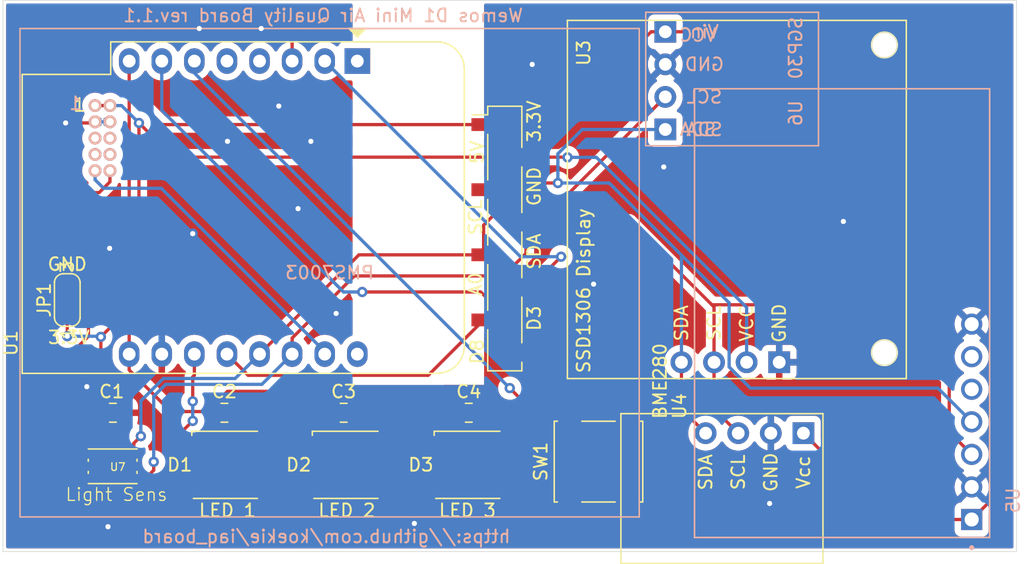
<source format=kicad_pcb>
(kicad_pcb (version 20221018) (generator pcbnew)
  (layers (0 "F.Cu" signal) (31 "B.Cu" signal) (34 "B.Paste" user) (35 "F.Paste" user) (36 "B.SilkS" user "B.Silkscreen") (37 "F.SilkS" user "F.Silkscreen") (38 "B.Mask" user) (39 "F.Mask" user) (44 "Edge.Cuts" user))
  (net 0 "")
  (net 1 "GND")
  (net 2 "+3.3V")
  (net 3 "Net-(D1-DO)")
  (net 4 "Net-(D2-DO)")
  (net 5 "+5V")
  (net 6 "SDA")
  (net 7 "SCL")
  (net 8 "A0")
  (net 9 "PMS_RX")
  (net 10 "LED_D")
  (net 11 "D8")
  (net 12 "PMS_SET")
  (net 13 "D3")
  (net 15 "Net-(JP1-C)")
  (net 27 "/SEL_BTN")
  (footprint "Capacitor_SMD:C_0805_2012Metric" (layer "F.Cu") (at 107.569 106.172)
    (fp_text reference "C1" (at -0.0905 -1.651) (layer "F.SilkS"))
    (fp_text value "0.1uF" hide)
    (fp_line (start -0.261252 -0.735) (end 0.261252 -0.735) (stroke (width 0.12)) (layer "F.SilkS"))
    (fp_line (start -0.261252 0.735) (end 0.261252 0.735) (stroke (width 0.12)) (layer "F.SilkS"))
    (pad "1" smd roundrect (at -0.95 0) (size 1 1.45) (layers "F.Cu" "F.Paste" "F.Mask") (net 2 "+3.3V"))
    (pad "2" smd roundrect (at 0.95 0) (size 1 1.45) (layers "F.Cu" "F.Paste" "F.Mask") (net 1 "GND"))
  )
  (footprint "Jumper:SolderJumper-3_P1.3mm_Open_RoundedPad1.0x1.5mm_NumberLabels" (layer "F.Cu") (at 104.013 97.379 90)
    (fp_text reference "JP1" (at 0 -1.8 90) (layer "F.SilkS"))
    (fp_text value "TSL2560T ADDR SEL")
    (fp_text user "3.3V" (at -2.921 0.127 180) (layer "F.SilkS"))
    (fp_text user "1" (at -2.6 0 90) (layer "F.SilkS"))
    (fp_text user "3" (at 2.6 0 90) (layer "F.SilkS"))
    (fp_text user "GND" (at 2.794 0 180) (layer "F.SilkS"))
    (fp_line (start -2.05 0.3) (end -2.05 -0.3) (stroke (width 0.12)) (layer "F.SilkS"))
    (fp_line (start -1.4 -1) (end 1.4 -1) (stroke (width 0.12)) (layer "F.SilkS"))
    (fp_line (start 1.4 1) (end -1.4 1) (stroke (width 0.12)) (layer "F.SilkS"))
    (fp_line (start 2.05 -0.3) (end 2.05 0.3) (stroke (width 0.12)) (layer "F.SilkS"))
    (fp_arc (start -2.05 -0.3) (mid -1.844975 -0.794975) (end -1.35 -1) (stroke (width 0.12)) (layer "F.SilkS"))
    (fp_arc (start -1.35 1) (mid -1.844975 0.794975) (end -2.05 0.3) (stroke (width 0.12)) (layer "F.SilkS"))
    (fp_arc (start 1.35 -1) (mid 1.844975 -0.794975) (end 2.05 -0.3) (stroke (width 0.12)) (layer "F.SilkS"))
    (fp_arc (start 2.05 0.3) (mid 1.844975 0.794975) (end 1.35 1) (stroke (width 0.12)) (layer "F.SilkS"))
    (pad "1" smd custom (at -1.3 0 90) (size 1 0.5) (layers "F.Cu" "F.Mask") (net 2 "+3.3V") (options (clearance outline) (anchor rect)) (primitives (gr_circle (center 0 0.25) (end 0.5 0.25) (width 0) (fill yes)) (gr_circle (center 0 -0.25) (end 0.5 -0.25) (width 0) (fill yes)) (gr_poly (pts (xy 0.55 0.75) (xy 0 0.75) (xy 0 -0.75) (xy 0.55 -0.75)) (width 0) (fill yes))))
    (pad "2" smd rect (at 0 0 90) (size 1 1.5) (layers "F.Cu" "F.Mask") (net 15 "Net-(JP1-C)"))
    (pad "3" smd custom (at 1.3 0 90) (size 1 0.5) (layers "F.Cu" "F.Mask") (net 1 "GND") (options (clearance outline) (anchor rect)) (primitives (gr_circle (center 0 0.25) (end 0.5 0.25) (width 0) (fill yes)) (gr_circle (center 0 -0.25) (end 0.5 -0.25) (width 0) (fill yes)) (gr_poly (pts (xy 0 0.75) (xy -0.55 0.75) (xy -0.55 -0.75) (xy 0 -0.75)) (width 0) (fill yes))))
  )
  (footprint "iaq_board:TSL2561T" (layer "F.Cu") (at 105.9 109.4)
    (fp_text reference "U7" (at 2.05 1) (layer "F.SilkS") (effects (font (size 0.6 0.6) (thickness 0.1))))
    (fp_text value "TSL2561T")
    (fp_text user "Light Sens" (at 1.95 3.15) (layer "F.SilkS") (effects (font (thickness 0.1))))
    (fp_line (start -0.25 -0.4) (end 3.55 -0.4) (stroke (width 0.12)) (layer "F.SilkS"))
    (fp_line (start -0.25 0.4) (end -0.25 0.525) (stroke (width 0.12)) (layer "F.SilkS"))
    (fp_line (start -0.25 0.525) (end -0.25 0.55) (stroke (width 0.12)) (layer "F.SilkS"))
    (fp_line (start -0.25 1.35) (end -0.25 1.5) (stroke (width 0.12)) (layer "F.SilkS"))
    (fp_line (start 3.55 0.4) (end 3.55 0.55) (stroke (width 0.12)) (layer "F.SilkS"))
    (fp_line (start 3.55 1.35) (end 3.55 1.5) (stroke (width 0.12)) (layer "F.SilkS"))
    (fp_line (start 3.55 2.3) (end -0.25 2.3) (stroke (width 0.12)) (layer "F.SilkS"))
    (pad "1" smd rect (at 0 0) (size 1.3 0.7) (layers "F.Cu" "F.Paste" "F.Mask") (net 2 "+3.3V"))
    (pad "2" smd rect (at 0 0.95) (size 1.3 0.7) (layers "F.Cu" "F.Paste" "F.Mask") (net 15 "Net-(JP1-C)"))
    (pad "3" smd rect (at 0 1.9) (size 1.3 0.7) (layers "F.Cu" "F.Paste" "F.Mask") (net 1 "GND"))
    (pad "4" smd rect (at 3.3 1.9) (size 1.3 0.7) (layers "F.Cu" "F.Paste" "F.Mask") (net 7 "SCL"))
    (pad "5" smd rect (at 3.3 0.95) (size 1.3 0.7) (layers "F.Cu" "F.Paste" "F.Mask"))
    (pad "6" smd rect (at 3.3 0) (size 1.3 0.7) (layers "F.Cu" "F.Paste" "F.Mask") (net 6 "SDA"))
  )
  (footprint "LED_SMD:LED_Inolux_IN-PI554FCH_PLCC4_5.0x5.0mm_P3.2mm" (layer "F.Cu") (at 116.34 110.236)
    (fp_text reference "D1" (at -3.564 0) (layer "F.SilkS"))
    (fp_text value "Neopixel 5050")
    (fp_line (start -2.62 -2.62) (end 2.5 -2.62) (stroke (width 0.12)) (layer "F.SilkS"))
    (fp_line (start -2.62 -2.3) (end -2.62 -2.62) (stroke (width 0.12)) (layer "F.SilkS"))
    (fp_line (start -2.5 2.62) (end 2.5 2.62) (stroke (width 0.12)) (layer "F.SilkS"))
    (pad "1" smd rect (at -2.45 -1.6) (size 1.5 1) (layers "F.Cu" "F.Paste" "F.Mask") (net 1 "GND"))
    (pad "2" smd rect (at -2.45 1.6) (size 1.5 1) (layers "F.Cu" "F.Paste" "F.Mask") (net 10 "LED_D"))
    (pad "3" smd rect (at 2.45 1.6) (size 1.5 1) (layers "F.Cu" "F.Paste" "F.Mask") (net 5 "+5V"))
    (pad "4" smd rect (at 2.45 -1.6) (size 1.5 1) (layers "F.Cu" "F.Paste" "F.Mask") (net 3 "Net-(D1-DO)"))
  )
  (footprint "LED_SMD:LED_Inolux_IN-PI554FCH_PLCC4_5.0x5.0mm_P3.2mm" (layer "F.Cu") (at 125.73 110.236)
    (fp_text reference "D2" (at -3.683 0) (layer "F.SilkS"))
    (fp_text value "Neopixel 5050")
    (fp_line (start -2.62 -2.62) (end 2.5 -2.62) (stroke (width 0.12)) (layer "F.SilkS"))
    (fp_line (start -2.62 -2.3) (end -2.62 -2.62) (stroke (width 0.12)) (layer "F.SilkS"))
    (fp_line (start -2.5 2.62) (end 2.5 2.62) (stroke (width 0.12)) (layer "F.SilkS"))
    (pad "1" smd rect (at -2.45 -1.6) (size 1.5 1) (layers "F.Cu" "F.Paste" "F.Mask") (net 1 "GND"))
    (pad "2" smd rect (at -2.45 1.6) (size 1.5 1) (layers "F.Cu" "F.Paste" "F.Mask") (net 3 "Net-(D1-DO)"))
    (pad "3" smd rect (at 2.45 1.6) (size 1.5 1) (layers "F.Cu" "F.Paste" "F.Mask") (net 5 "+5V"))
    (pad "4" smd rect (at 2.45 -1.6) (size 1.5 1) (layers "F.Cu" "F.Paste" "F.Mask") (net 4 "Net-(D2-DO)"))
  )
  (footprint "LED_SMD:LED_Inolux_IN-PI554FCH_PLCC4_5.0x5.0mm_P3.2mm" (layer "F.Cu") (at 135.228 110.236)
    (fp_text reference "D3" (at -3.656 0) (layer "F.SilkS"))
    (fp_text value "Neopixel 5050" hide)
    (fp_line (start -2.62 -2.62) (end 2.5 -2.62) (stroke (width 0.12)) (layer "F.SilkS"))
    (fp_line (start -2.62 -2.3) (end -2.62 -2.62) (stroke (width 0.12)) (layer "F.SilkS"))
    (fp_line (start -2.5 2.62) (end 2.5 2.62) (stroke (width 0.12)) (layer "F.SilkS"))
    (pad "1" smd rect (at -2.45 -1.6) (size 1.5 1) (layers "F.Cu" "F.Paste" "F.Mask") (net 1 "GND"))
    (pad "2" smd rect (at -2.45 1.6) (size 1.5 1) (layers "F.Cu" "F.Paste" "F.Mask") (net 4 "Net-(D2-DO)"))
    (pad "3" smd rect (at 2.45 1.6) (size 1.5 1) (layers "F.Cu" "F.Paste" "F.Mask") (net 5 "+5V"))
    (pad "4" smd rect (at 2.45 -1.6) (size 1.5 1) (layers "F.Cu" "F.Paste" "F.Mask"))
  )
  (footprint "Capacitor_SMD:C_0805_2012Metric" (layer "F.Cu") (at 116.2615 106.172)
    (fp_text reference "C2" (at 0 -1.65) (layer "F.SilkS"))
    (fp_text value "0.1uF")
    (fp_line (start -0.261252 -0.735) (end 0.261252 -0.735) (stroke (width 0.12)) (layer "F.SilkS"))
    (fp_line (start -0.261252 0.735) (end 0.261252 0.735) (stroke (width 0.12)) (layer "F.SilkS"))
    (pad "1" smd roundrect (at -0.95 0) (size 1 1.45) (layers "F.Cu" "F.Paste" "F.Mask") (net 5 "+5V"))
    (pad "2" smd roundrect (at 0.95 0) (size 1 1.45) (layers "F.Cu" "F.Paste" "F.Mask") (net 1 "GND"))
  )
  (footprint "Capacitor_SMD:C_0805_2012Metric" (layer "F.Cu") (at 125.5545 106.172)
    (fp_text reference "C3" (at 0 -1.65) (layer "F.SilkS"))
    (fp_text value "0.1uF")
    (fp_line (start -0.261252 -0.735) (end 0.261252 -0.735) (stroke (width 0.12)) (layer "F.SilkS"))
    (fp_line (start -0.261252 0.735) (end 0.261252 0.735) (stroke (width 0.12)) (layer "F.SilkS"))
    (pad "1" smd roundrect (at -0.95 0) (size 1 1.45) (layers "F.Cu" "F.Paste" "F.Mask") (net 5 "+5V"))
    (pad "2" smd roundrect (at 0.95 0) (size 1 1.45) (layers "F.Cu" "F.Paste" "F.Mask") (net 1 "GND"))
  )
  (footprint "Capacitor_SMD:C_0805_2012Metric" (layer "F.Cu") (at 135.3065 106.172)
    (fp_text reference "C4" (at 0 -1.65) (layer "F.SilkS"))
    (fp_text value "0.1uF")
    (fp_line (start -0.261252 -0.735) (end 0.261252 -0.735) (stroke (width 0.12)) (layer "F.SilkS"))
    (fp_line (start -0.261252 0.735) (end 0.261252 0.735) (stroke (width 0.12)) (layer "F.SilkS"))
    (pad "1" smd roundrect (at -0.95 0) (size 1 1.45) (layers "F.Cu" "F.Paste" "F.Mask") (net 5 "+5V"))
    (pad "2" smd roundrect (at 0.95 0) (size 1 1.45) (layers "F.Cu" "F.Paste" "F.Mask") (net 1 "GND"))
  )
  (footprint "Module:WEMOS_D1_mini_light" (layer "F.Cu") (at 126.619 78.74 -90)
    (fp_text reference "U1" (at 22 27 90) (layer "F.SilkS"))
    (fp_text value "WeMos_D1_mini_ESP32")
    (fp_line (start -1.5 19.22) (end -1.5 -6.21) (stroke (width 0.12)) (layer "F.SilkS"))
    (fp_line (start -1.5 19.22) (end 1.04 19.22) (stroke (width 0.12)) (layer "F.SilkS"))
    (fp_line (start 1.04 19.22) (end 1.04 26.12) (stroke (width 0.12)) (layer "F.SilkS"))
    (fp_line (start 1.04 26.12) (end 24.36 26.12) (stroke (width 0.12)) (layer "F.SilkS"))
    (fp_line (start 22.24 -8.34) (end 0.63 -8.34) (stroke (width 0.12)) (layer "F.SilkS"))
    (fp_line (start 24.36 26.12) (end 24.36 -6.21) (stroke (width 0.12)) (layer "F.SilkS"))
    (fp_arc (start -1.5 -6.21) (mid -0.876137 -7.716137) (end 0.63 -8.34) (stroke (width 0.12)) (layer "F.SilkS"))
    (fp_arc (start 22.23 -8.34) (mid 23.736137 -7.716137) (end 24.36 -6.21) (stroke (width 0.12)) (layer "F.SilkS"))
    (fp_poly (pts (xy -2.54 -0.635) (xy -2.54 0.635) (xy -1.905 0)) (stroke (width 0.15)) (fill solid) (layer "F.SilkS"))
    (pad "1" thru_hole rect (at 0 0 270) (size 2 2) (drill 1) (layers "*.Cu" "*.Mask"))
    (pad "2" thru_hole oval (at 0 2.54 270) (size 2 1.6) (drill 1) (layers "*.Cu" "*.Mask") (net 8 "A0"))
    (pad "3" thru_hole oval (at 0 5.08 270) (size 2 1.6) (drill 1) (layers "*.Cu" "*.Mask") (net 12 "PMS_SET"))
    (pad "4" thru_hole oval (at 0 7.62 270) (size 2 1.6) (drill 1) (layers "*.Cu" "*.Mask"))
    (pad "5" thru_hole oval (at 0 10.16 270) (size 2 1.6) (drill 1) (layers "*.Cu" "*.Mask"))
    (pad "6" thru_hole oval (at 0 12.7 270) (size 2 1.6) (drill 1) (layers "*.Cu" "*.Mask") (net 27 "/SEL_BTN"))
    (pad "7" thru_hole oval (at 0 15.24 270) (size 2 1.6) (drill 1) (layers "*.Cu" "*.Mask") (net 11 "D8"))
    (pad "8" thru_hole oval (at 0 17.78 270) (size 2 1.6) (drill 1) (layers "*.Cu" "*.Mask") (net 2 "+3.3V"))
    (pad "9" thru_hole oval (at 22.86 17.78 270) (size 2 1.6) (drill 1) (layers "*.Cu" "*.Mask") (net 5 "+5V"))
    (pad "10" thru_hole oval (at 22.86 15.24 270) (size 2 1.6) (drill 1) (layers "*.Cu" "*.Mask") (net 1 "GND"))
    (pad "11" thru_hole oval (at 22.86 12.7 270) (size 2 1.6) (drill 1) (layers "*.Cu" "*.Mask") (net 10 "LED_D"))
    (pad "12" thru_hole oval (at 22.86 10.16 270) (size 2 1.6) (drill 1) (layers "*.Cu" "*.Mask") (net 13 "D3"))
    (pad "13" thru_hole oval (at 22.86 7.62 270) (size 2 1.6) (drill 1) (layers "*.Cu" "*.Mask") (net 6 "SDA"))
    (pad "14" thru_hole oval (at 22.86 5.08 270) (size 2 1.6) (drill 1) (layers "*.Cu" "*.Mask") (net 7 "SCL"))
    (pad "15" thru_hole oval (at 22.86 2.54 270) (size 2 1.6) (drill 1) (layers "*.Cu" "*.Mask") (net 9 "PMS_RX"))
    (pad "16" thru_hole oval (at 22.86 0 270) (size 2 1.6) (drill 1) (layers "*.Cu" "*.Mask"))
  )
  (footprint "iaq_board:SW_SPST_B3S-1000" (layer "F.Cu") (at 145.415 109.982 90)
    (fp_text reference "SW1" (at 0 -4.5 90) (layer "F.SilkS"))
    (fp_text value "B3S-1000")
    (fp_line (start -3.15 -3.45) (end 3.15 -3.45) (stroke (width 0.12)) (layer "F.SilkS"))
    (fp_line (start -3.15 -3.2) (end -3.15 -3.45) (stroke (width 0.12)) (layer "F.SilkS"))
    (fp_line (start -3.15 1.3) (end -3.15 -1.3) (stroke (width 0.12)) (layer "F.SilkS"))
    (fp_line (start -3.15 3.45) (end -3.15 3.2) (stroke (width 0.12)) (layer "F.SilkS"))
    (fp_line (start 3.15 -3.45) (end 3.15 -3.2) (stroke (width 0.12)) (layer "F.SilkS"))
    (fp_line (start 3.15 -1.3) (end 3.15 1.3) (stroke (width 0.12)) (layer "F.SilkS"))
    (fp_line (start 3.15 3.2) (end 3.15 3.45) (stroke (width 0.12)) (layer "F.SilkS"))
    (fp_line (start 3.15 3.45) (end -3.15 3.45) (stroke (width 0.12)) (layer "F.SilkS"))
    (pad "1" smd rect (at -3.975 -2.25 90) (size 1.55 1.3) (layers "F.Cu" "F.Paste" "F.Mask") (net 27 "/SEL_BTN"))
    (pad "1" smd rect (at 3.975 -2.25 90) (size 1.55 1.3) (layers "F.Cu" "F.Paste" "F.Mask") (net 27 "/SEL_BTN"))
    (pad "2" smd rect (at -3.975 2.25 90) (size 1.55 1.3) (layers "F.Cu" "F.Paste" "F.Mask") (net 1 "GND"))
    (pad "2" smd rect (at 3.975 2.25 90) (size 1.55 1.3) (layers "F.Cu" "F.Paste" "F.Mask") (net 1 "GND"))
  )
  (footprint "Connector_PinSocket_2.54mm:PinSocket_1x08_P2.54mm_Vertical_SMD_Pin1Left" (layer "F.Cu") (at 138.1125 92.583)
    (fp_text reference "J1" hide)
    (fp_text value "External Pins")
    (fp_line (start -2.54 -9.65) (end -1.33 -9.65) (stroke (width 0.12)) (layer "F.SilkS"))
    (fp_line (start -1.33 -10.32) (end -1.33 -9.65) (stroke (width 0.12)) (layer "F.SilkS"))
    (fp_line (start -1.33 -10.32) (end 1.33 -10.32) (stroke (width 0.12)) (layer "F.SilkS"))
    (fp_line (start -1.33 -8.13) (end -1.33 -4.57) (stroke (width 0.12)) (layer "F.SilkS"))
    (fp_line (start -1.33 -3.05) (end -1.33 0.51) (stroke (width 0.12)) (layer "F.SilkS"))
    (fp_line (start -1.33 2.03) (end -1.33 5.59) (stroke (width 0.12)) (layer "F.SilkS"))
    (fp_line (start -1.33 7.11) (end -1.33 10.32) (stroke (width 0.12)) (layer "F.SilkS"))
    (fp_line (start -1.33 10.32) (end 1.33 10.32) (stroke (width 0.12)) (layer "F.SilkS"))
    (fp_line (start 1.33 -10.32) (end 1.33 -7.11) (stroke (width 0.12)) (layer "F.SilkS"))
    (fp_line (start 1.33 -5.59) (end 1.33 -2.03) (stroke (width 0.12)) (layer "F.SilkS"))
    (fp_line (start 1.33 -0.51) (end 1.33 3.05) (stroke (width 0.12)) (layer "F.SilkS"))
    (fp_line (start 1.33 4.57) (end 1.33 8.13) (stroke (width 0.12)) (layer "F.SilkS"))
    (fp_line (start 1.33 9.65) (end 1.33 10.32) (stroke (width 0.12)) (layer "F.SilkS"))
    (pad "1" smd rect (at -1.65 -8.89) (size 1.9 1) (layers "F.Cu" "F.Paste" "F.Mask") (net 2 "+3.3V"))
    (pad "2" smd rect (at 1.65 -6.35) (size 1.9 1) (layers "F.Cu" "F.Paste" "F.Mask") (net 5 "+5V"))
    (pad "3" smd rect (at -1.65 -3.81) (size 1.9 1) (layers "F.Cu" "F.Paste" "F.Mask") (net 1 "GND"))
    (pad "4" smd rect (at 1.65 -1.27) (size 1.9 1) (layers "F.Cu" "F.Paste" "F.Mask") (net 7 "SCL"))
    (pad "5" smd rect (at -1.65 1.27) (size 1.9 1) (layers "F.Cu" "F.Paste" "F.Mask") (net 6 "SDA"))
    (pad "6" smd rect (at 1.65 3.81) (size 1.9 1) (layers "F.Cu" "F.Paste" "F.Mask") (net 8 "A0"))
    (pad "7" smd rect (at -1.65 6.35) (size 1.9 1) (layers "F.Cu" "F.Paste" "F.Mask") (net 13 "D3"))
    (pad "8" smd rect (at 1.65 8.89) (size 1.9 1) (layers "F.Cu" "F.Paste" "F.Mask") (net 11 "D8"))
  )
  (footprint "iaq_board:SSD1306" (layer "F.Cu") (at 159.5 102.235 -90)
    (fp_text reference "U3" (at -24.13 15.24 -90) (layer "F.SilkS"))
    (fp_text value "SSD1306")
    (fp_text user "SDA" (at -3.048 7.62 -90) (layer "F.SilkS"))
    (fp_text user "SCL" (at -3.048 5.08 -90) (layer "F.SilkS"))
    (fp_text user "VCC" (at -3.048 2.54 -90) (layer "F.SilkS"))
    (fp_text user "GND" (at -3.048 0 -90) (layer "F.SilkS"))
    (fp_text user "SSD1306 Display" (at -5.588 15.24 -90) (layer "F.SilkS"))
    (fp_line (start -26.67 -9.906) (end -26.67 16.51) (stroke (width 0.12)) (layer "F.SilkS"))
    (fp_line (start 1.27 -9.906) (end -26.67 -9.906) (stroke (width 0.12)) (layer "F.SilkS"))
    (fp_line (start 1.27 3.81) (end 1.27 -9.906) (stroke (width 0.12)) (layer "F.SilkS"))
    (fp_line (start 1.27 3.81) (end 1.27 16.51) (stroke (width 0.12)) (layer "F.SilkS"))
    (fp_line (start 1.27 16.51) (end -26.67 16.51) (stroke (width 0.12)) (layer "F.SilkS"))
    (fp_circle (center -24.75 -8.2) (end -23.75 -8.2) (stroke (width 0.12)) (fill none) (layer "F.SilkS"))
    (fp_circle (center -0.75 -8.2) (end 0.25 -8.2) (stroke (width 0.12)) (fill none) (layer "F.SilkS"))
    (pad "1" thru_hole rect (at 0 0 270) (size 1.7 1.7) (drill 1) (layers "*.Cu" "*.Mask") (net 1 "GND"))
    (pad "2" thru_hole circle (at 0 2.54 270) (size 1.7 1.7) (drill 1) (layers "*.Cu" "*.Mask") (net 5 "+5V"))
    (pad "3" thru_hole circle (at 0 5.08 270) (size 1.7 1.7) (drill 1) (layers "*.Cu" "*.Mask") (net 7 "SCL"))
    (pad "4" thru_hole circle (at 0 7.62 270) (size 1.7 1.7) (drill 1) (layers "*.Cu" "*.Mask") (net 6 "SDA"))
  )
  (footprint "iaq_board:BME280_breakout_6pin" (layer "F.Cu") (at 152.75 106.75 -90)
    (fp_text reference "U4" (at 0 1.016 -90) (layer "F.SilkS") (effects (justify left)))
    (fp_text value "BME280" hide)
    (fp_text user "SDA" (at 4.064 -1.016 -90) (layer "F.SilkS"))
    (fp_text user "Vcc" (at 4.064 -8.636 -90) (layer "F.SilkS"))
    (fp_text user "GND" (at 4.064 -6.096 -90) (layer "F.SilkS"))
    (fp_text user "BME280" (at 0 2.54 -90) (layer "F.SilkS") (effects (justify left)))
    (fp_text user "SCL" (at 4.064 -3.556 -90) (layer "F.SilkS"))
    (fp_line (start -0.508 -10.16) (end 11.176 -10.16) (stroke (width 0.12)) (layer "F.SilkS"))
    (fp_line (start -0.508 5.588) (end -0.508 -10.16) (stroke (width 0.12)) (layer "F.SilkS"))
    (fp_line (start 11.176 -10.16) (end 11.176 5.588) (stroke (width 0.12)) (layer "F.SilkS"))
    (fp_line (start 11.176 5.588) (end -0.508 5.588) (stroke (width 0.12)) (layer "F.SilkS"))
    (pad "1" thru_hole rect (at 1.016 -8.636 270) (size 1.7 1.7) (drill 1) (layers "*.Cu" "*.Mask") (net 2 "+3.3V"))
    (pad "2" thru_hole oval (at 1.016 -6.096 270) (size 1.7 1.7) (drill 1) (layers "*.Cu" "*.Mask") (net 1 "GND"))
    (pad "3" thru_hole oval (at 1.016 -3.556 270) (size 1.7 1.7) (drill 1) (layers "*.Cu" "*.Mask") (net 7 "SCL"))
    (pad "4" thru_hole oval (at 1.016 -1.016 270) (size 1.7 1.7) (drill 1) (layers "*.Cu" "*.Mask") (net 6 "SDA"))
  )
  (footprint "iaq_board:PMS7003" (layer "B.Cu") (at 124.46 95.25 180)
    (fp_text reference "U2")
    (fp_text value "PMS7003")
    (fp_text user "1" (at 19.812 13.208) (layer "B.SilkS") (effects (justify mirror)))
    (fp_text user "PMS7003" (at 0 0) (layer "B.SilkS") (effects (justify mirror)))
    (fp_line (start -24.13 -19.05) (end -24.13 19.05) (stroke (width 0.12)) (layer "B.SilkS"))
    (fp_line (start -24.13 19.05) (end 24.13 19.05) (stroke (width 0.12)) (layer "B.SilkS"))
    (fp_line (start 24.13 -19.05) (end -24.13 -19.05) (stroke (width 0.12)) (layer "B.SilkS"))
    (fp_line (start 24.13 19.05) (end 24.13 -19.05) (stroke (width 0.12)) (layer "B.SilkS"))
    (pad "1" thru_hole circle (at 18.28 13.04 180) (size 1 1) (drill 0.6) (layers "*.Cu" "*.Mask" "B.SilkS") (net 5 "+5V"))
    (pad "2" thru_hole circle (at 17.12 13.04 180) (size 1 1) (drill 0.6) (layers "*.Cu" "*.Mask" "B.SilkS") (net 5 "+5V"))
    (pad "3" thru_hole circle (at 18.28 11.77 180) (size 1 1) (drill 0.6) (layers "*.Cu" "*.Mask" "B.SilkS") (net 1 "GND"))
    (pad "4" thru_hole circle (at 17.12 11.77 180) (size 1 1) (drill 0.6) (layers "*.Cu" "*.Mask" "B.SilkS") (net 1 "GND"))
    (pad "5" thru_hole circle (at 18.28 10.5 180) (size 1 1) (drill 0.6) (layers "*.Cu" "*.Mask" "B.SilkS"))
    (pad "6" thru_hole circle (at 17.12 10.5 180) (size 1 1) (drill 0.6) (layers "*.Cu" "*.Mask" "B.SilkS"))
    (pad "7" thru_hole circle (at 18.28 9.23 180) (size 1 1) (drill 0.6) (layers "*.Cu" "*.Mask" "B.SilkS"))
    (pad "8" thru_hole circle (at 17.12 9.23 180) (size 1 1) (drill 0.6) (layers "*.Cu" "*.Mask" "B.SilkS"))
    (pad "9" thru_hole circle (at 18.28 7.96 180) (size 1 1) (drill 0.6) (layers "*.Cu" "*.Mask" "B.SilkS") (net 9 "PMS_RX"))
    (pad "10" thru_hole circle (at 17.12 7.96 180) (size 1 1) (drill 0.6) (layers "*.Cu" "*.Mask" "B.SilkS") (net 12 "PMS_SET"))
  )
  (footprint "iaq_board:SGP30_breakout_4pin" (layer "B.Cu") (at 150.622 76.454 180)
    (fp_text reference "U6" (at -10.16 -6.35 90) (layer "B.SilkS") (effects (justify mirror)))
    (fp_text value "SGP30")
    (fp_text user "SDA" (at -3.048 -7.62) (layer "B.SilkS") (effects (justify mirror)))
    (fp_text user "Vin" (at -3.048 0) (layer "B.SilkS") (effects (justify mirror)))
    (fp_text user "SCL" (at -3.048 -5.08) (layer "B.SilkS") (effects (justify mirror)))
    (fp_text user "SGP30" (at -10.16 -1.27 90) (layer "B.SilkS") (effects (justify mirror)))
    (fp_text user "GND" (at -3.048 -2.54) (layer "B.SilkS") (effects (justify mirror)))
    (fp_line (start -11.938 -8.89) (end -11.938 1.524) (stroke (width 0.12)) (layer "B.SilkS"))
    (fp_line (start 1.524 -8.89) (end -11.938 -8.89) (stroke (width 0.12)) (layer "B.SilkS"))
    (fp_line (start 1.524 1.524) (end -11.938 1.524) (stroke (width 0.12)) (layer "B.SilkS"))
    (fp_line (start 1.524 1.524) (end 1.524 -8.89) (stroke (width 0.12)) (layer "B.SilkS"))
    (pad "1" thru_hole rect (at 0 0 180) (size 1.7 1.7) (drill 1) (layers "*.Cu" "*.Mask") (net 2 "+3.3V"))
    (pad "2" thru_hole circle (at 0 -2.54 180) (size 1.7 1.7) (drill 1) (layers "*.Cu" "*.Mask") (net 1 "GND"))
    (pad "3" thru_hole circle (at 0 -5.08 180) (size 1.7 1.7) (drill 1) (layers "*.Cu" "*.Mask") (net 7 "SCL"))
    (pad "4" thru_hole rect (at 0 -7.62 180) (size 1.7 1.7) (drill 1) (layers "*.Cu" "*.Mask") (net 6 "SDA"))
  )
  (footprint "iaq_board:SCD30" (layer "B.Cu") (at 164.4 98.4 90)
    (fp_text reference "U5" (at -14.605 13.335 90) (layer "B.SilkS") (effects (justify mirror)))
    (fp_text value "SCD30")
    (fp_line (start -17.5 -11.5) (end -17.5 11.5) (stroke (width 0.127)) (layer "B.SilkS"))
    (fp_line (start -17.5 11.5) (end 17.5 11.5) (stroke (width 0.127)) (layer "B.SilkS"))
    (fp_line (start 17.5 -11.5) (end -17.5 -11.5) (stroke (width 0.127)) (layer "B.SilkS"))
    (fp_line (start 17.5 11.5) (end 17.5 -11.5) (stroke (width 0.127)) (layer "B.SilkS"))
    (fp_circle (center -18.3 10.1) (end -18.2 10.1) (stroke (width 0.2)) (fill none) (layer "B.SilkS"))
    (pad "1" thru_hole rect (at -16.1 10.1 90) (size 1.65 1.65) (drill 1.1) (layers "*.Cu" "*.Mask") (net 2 "+3.3V"))
    (pad "2" thru_hole circle (at -13.56 10.1 90) (size 1.65 1.65) (drill 1.1) (layers "*.Cu" "*.Mask") (net 1 "GND"))
    (pad "3" thru_hole circle (at -11.02 10.1 90) (size 1.65 1.65) (drill 1.1) (layers "*.Cu" "*.Mask") (net 7 "SCL"))
    (pad "4" thru_hole circle (at -8.48 10.1 90) (size 1.65 1.65) (drill 1.1) (layers "*.Cu" "*.Mask") (net 6 "SDA"))
    (pad "5" thru_hole circle (at -5.94 10.1 90) (size 1.65 1.65) (drill 1.1) (layers "*.Cu" "*.Mask"))
    (pad "6" thru_hole circle (at -3.4 10.1 90) (size 1.65 1.65) (drill 1.1) (layers "*.Cu" "*.Mask"))
    (pad "7" thru_hole circle (at -0.86 10.1 90) (size 1.65 1.65) (drill 1.1) (layers "*.Cu" "*.Mask") (net 1 "GND"))
  )
  (gr_circle (center 167.7 101.48) (end 168.7 101.48) (stroke (width 0.05)) (fill none) (layer "Edge.Cuts"))
  (gr_line (start 178 117) (end 178 74) (stroke (width 0.05)) (layer "Edge.Cuts"))
  (gr_circle (center 167.7 77.49) (end 168.7 77.49) (stroke (width 0.05)) (fill none) (layer "Edge.Cuts"))
  (gr_line (start 178 117) (end 99 117) (stroke (width 0.05)) (layer "Edge.Cuts"))
  (gr_line (start 99 117) (end 99 74) (stroke (width 0.05)) (layer "Edge.Cuts"))
  (gr_line (start 99 74) (end 178 74) (stroke (width 0.05)) (layer "Edge.Cuts"))
  (gr_text "Wemos D1 Mini Air Quality Board rev.1.1" (at 123.952 75.184) (layer "B.SilkS") (effects (font (size 1 1)) (justify mirror)))
  (gr_text "VCC" (at 153.162 76.708) (layer "B.SilkS") (effects (font (size 1 1)) (justify mirror)))
  (gr_text "SDA" (at 153.162 84.074) (layer "B.SilkS") (effects (font (size 1 1)) (justify mirror)))
  (gr_text "https://github.com/koekie/iaq_board" (at 124.206 115.824) (layer "B.SilkS") (effects (font (size 1 1)) (justify mirror)))
  (gr_text "LED 3" (at 135.2 113.792) (layer "F.SilkS") (effects (font (size 1 1))))
  (gr_text "D8" (at 135.9535 101.4095 90) (layer "F.SilkS") (effects (font (size 1 1))))
  (gr_text "LED 2" (at 125.8 113.792) (layer "F.SilkS") (effects (font (size 1 1))))
  (gr_text "1" (at 104.9655 82.169) (layer "F.SilkS") (effects (font (size 1 1))))
  (gr_text "SDA" (at 140.3985 93.599 90) (layer "F.SilkS") (effects (font (size 1 1))))
  (gr_text "LED 1" (at 116.5 113.792) (layer "F.SilkS") (effects (font (size 1 1))))
  (gr_text "SCL" (at 135.8265 90.932 90) (layer "F.SilkS") (effects (font (size 1 1))))
  (gr_text "A0" (at 135.8265 96.139 90) (layer "F.SilkS") (effects (font (size 1 1))))
  (gr_text "3.3V" (at 140.3985 83.439 90) (layer "F.SilkS") (effects (font (size 1 1))))
  (gr_text "GND" (at 140.3985 88.519 90) (layer "F.SilkS") (effects (font (size 1 1))))
  (gr_text "D3" (at 140.3985 98.806 90) (layer "F.SilkS") (effects (font (size 1 1))))
  (gr_text "5V" (at 135.9535 85.852 90) (layer "F.SilkS") (effects (font (size 1 1))))
  (segment (start 103.886 83.566) (end 106.094 83.566) (width 0.254) (layer "F.Cu") (net 1))
  (segment (start 105.9 113.774) (end 107.188 115.062) (width 0.254) (layer "F.Cu") (net 1))
  (segment (start 105.918 111.318) (end 105.9 111.3) (width 0.254) (layer "F.Cu") (net 1))
  (segment (start 106.094 83.566) (end 106.18 83.48) (width 0.254) (layer "F.Cu") (net 1))
  (segment (start 105.9 111.3) (end 105.9 113.774) (width 0.254) (layer "F.Cu") (net 1))
  (via (at 140.25 79) (size 0.8) (drill 0.4) (layers "F.Cu" "B.Cu") (net 1))
  (via (at 114.3 76.2) (size 0.8) (drill 0.4) (layers "F.Cu" "B.Cu") (net 1))
  (via (at 120.5 82.25) (size 0.8) (drill 0.4) (layers "F.Cu" "B.Cu") (net 1))
  (via (at 145.034 96.139) (size 0.8) (drill 0.4) (layers "F.Cu" "B.Cu") (net 1))
  (via (at 131.064 114.808) (size 0.8) (drill 0.4) (layers "F.Cu" "B.Cu") (net 1))
  (via (at 107.315 93.345) (size 0.8) (drill 0.4) (layers "F.Cu" "B.Cu") (net 1))
  (via (at 116.5 85) (size 0.8) (drill 0.4) (layers "F.Cu" "B.Cu") (net 1))
  (via (at 105.537 104.14) (size 0.8) (drill 0.4) (layers "F.Cu" "B.Cu") (net 1))
  (via (at 158.75 113.25) (size 0.8) (drill 0.4) (layers "F.Cu" "B.Cu") (net 1))
  (via (at 123 85) (size 0.8) (drill 0.4) (layers "F.Cu" "B.Cu") (net 1))
  (via (at 107.188 115.062) (size 0.8) (drill 0.4) (layers "F.Cu" "B.Cu") (net 1))
  (via (at 113.792 92.202) (size 0.8) (drill 0.4) (layers "F.Cu" "B.Cu") (net 1))
  (via (at 150.5 87) (size 0.8) (drill 0.4) (layers "F.Cu" "B.Cu") (net 1))
  (via (at 124.968 98.425) (size 0.8) (drill 0.4) (layers "F.Cu" "B.Cu") (net 1))
  (via (at 164.5 91.25) (size 0.8) (drill 0.4) (layers "F.Cu" "B.Cu") (net 1))
  (via (at 103.886 83.566) (size 0.8) (drill 0.4) (layers "F.Cu" "B.Cu") (net 1))
  (via (at 122 90.25) (size 0.8) (drill 0.4) (layers "F.Cu" "B.Cu") (net 1))
  (via (at 119.126 76.2) (size 0.8) (drill 0.4) (layers "F.Cu" "B.Cu") (net 1))
  (segment (start 106.887106 83.48) (end 106.18 83.48) (width 0.254) (layer "B.Cu") (net 1))
  (segment (start 107.34 83.48) (end 106.887106 83.48) (width 0.254) (layer "B.Cu") (net 1))
  (segment (start 105.9 106.9035) (end 106.6315 106.172) (width 0.254) (layer "F.Cu") (net 2))
  (segment (start 150.622 76.454) (end 162.954 76.454) (width 0.254) (layer "F.Cu") (net 2))
  (segment (start 162.954 76.454) (end 176.75 90.25) (width 0.254) (layer "F.Cu") (net 2))
  (segment (start 174.5 114.5) (end 168.12 114.5) (width 0.254) (layer "F.Cu") (net 2))
  (segment (start 176.75 112.25) (end 174.5 114.5) (width 0.254) (layer "F.Cu") (net 2))
  (segment (start 149.518 76.454) (end 150.622 76.454) (width 0.254) (layer "F.Cu") (net 2))
  (segment (start 136.4625 83.693) (end 111.387 83.693) (width 0.254) (layer "F.Cu") (net 2))
  (segment (start 108.839 98.044) (end 106.6315 100.2515) (width 0.254) (layer "F.Cu") (net 2))
  (segment (start 142.367 83.693) (end 142.367 83.605) (width 0.254) (layer "F.Cu") (net 2))
  (segment (start 136.4625 83.693) (end 142.367 83.693) (width 0.254) (layer "F.Cu") (net 2))
  (segment (start 108.839 81.145) (end 108.839 80.39) (width 0.254) (layer "F.Cu") (net 2))
  (segment (start 111.387 83.693) (end 108.839 81.145) (width 0.254) (layer "F.Cu") (net 2))
  (segment (start 104.013 98.679) (end 104.013 100.203) (width 0.254) (layer "F.Cu") (net 2))
  (segment (start 168.12 114.5) (end 161.386 107.766) (width 0.254) (layer "F.Cu") (net 2))
  (segment (start 108.839 78.74) (end 108.839 80.39) (width 0.254) (layer "F.Cu") (net 2))
  (segment (start 176.75 90.25) (end 176.75 112.25) (width 0.254) (layer "F.Cu") (net 2))
  (segment (start 105.9 109.4) (end 105.9 106.9035) (width 0.254) (layer "F.Cu") (net 2))
  (segment (start 108.839 81.145) (end 108.839 98.044) (width 0.254) (layer "F.Cu") (net 2))
  (segment (start 106.6315 106.172) (end 106.6315 100.2515) (width 0.254) (layer "F.Cu") (net 2))
  (segment (start 142.367 83.605) (end 149.518 76.454) (width 0.254) (layer "F.Cu") (net 2))
  (via (at 104.013 100.203) (size 0.8) (drill 0.4) (layers "F.Cu" "B.Cu") (net 2))
  (via (at 106.6315 100.2515) (size 0.8) (drill 0.4) (layers "F.Cu" "B.Cu") (net 2))
  (segment (start 104.013 100.203) (end 106.583 100.203) (width 0.254) (layer "B.Cu") (net 2))
  (segment (start 106.583 100.203) (end 106.6315 100.2515) (width 0.254) (layer "B.Cu") (net 2))
  (segment (start 118.79 108.636) (end 120.834 108.636) (width 0.254) (layer "F.Cu") (net 3))
  (segment (start 120.834 108.636) (end 123.28 111.082) (width 0.254) (layer "F.Cu") (net 3))
  (segment (start 123.28 111.082) (end 123.28 111.836) (width 0.254) (layer "F.Cu") (net 3))
  (segment (start 128.18 108.636) (end 130.332 108.636) (width 0.254) (layer "F.Cu") (net 4))
  (segment (start 130.332 108.636) (end 132.778 111.082) (width 0.254) (layer "F.Cu") (net 4))
  (segment (start 132.778 111.082) (end 132.778 111.836) (width 0.254) (layer "F.Cu") (net 4))
  (segment (start 124.6045 105.8955) (end 126 104.5) (width 0.254) (layer "F.Cu") (net 5))
  (segment (start 124.6045 106.172) (end 124.6045 108.2605) (width 0.254) (layer "F.Cu") (net 5))
  (segment (start 132.6845 104.5) (end 134.3565 106.172) (width 0.254) (layer "F.Cu") (net 5))
  (segment (start 115.324 109.374) (end 117.786 111.836) (width 0.254) (layer "F.Cu") (net 5))
  (segment (start 106.18 82.21) (end 107.34 82.21) (width 0.254) (layer "F.Cu") (net 5))
  (segment (start 108.839 101.6) (end 108.839 102.839) (width 0.254) (layer "F.Cu") (net 5))
  (segment (start 116.5 104.5) (end 122.9325 104.5) (width 0.254) (layer "F.Cu") (net 5))
  (segment (start 114.8365 106.172) (end 114.817498 106.152998) (width 0.254) (layer "F.Cu") (net 5))
  (segment (start 117.786 111.836) (end 118.79 111.836) (width 0.254) (layer "F.Cu") (net 5))
  (segment (start 126 104.5) (end 132.6845 104.5) (width 0.254) (layer "F.Cu") (net 5))
  (segment (start 108.839 99.161) (end 108.839 101.6) (width 0.254) (layer "F.Cu") (net 5))
  (segment (start 108.839 102.839) (end 112.08 106.08) (width 0.254) (layer "F.Cu") (net 5))
  (segment (start 134.3565 108.5145) (end 137.678 111.836) (width 0.254) (layer "F.Cu") (net 5))
  (segment (start 134.3565 106.172) (end 134.3565 108.5145) (width 0.254) (layer "F.Cu") (net 5))
  (segment (start 122.9325 104.5) (end 124.6045 106.172) (width 0.254) (layer "F.Cu") (net 5))
  (segment (start 142.983 86.233) (end 143 86.25) (width 0.254) (layer "F.Cu") (net 5))
  (segment (start 115.3115 105.6885) (end 116.5 104.5) (width 0.254) (layer "F.Cu") (net 5))
  (segment (start 115.324 106.172) (end 115.324 109.374) (width 0.254) (layer "F.Cu") (net 5))
  (segment (start 112.08 106.08) (end 115.2195 106.08) (width 0.254) (layer "F.Cu") (net 5))
  (segment (start 109.601 83.566) (end 109.601 98.399) (width 0.254) (layer "F.Cu") (net 5))
  (segment (start 112.268 86.233) (end 109.601 83.566) (width 0.254) (layer "F.Cu") (net 5))
  (segment (start 139.7625 86.233) (end 142.983 86.233) (width 0.254) (layer "F.Cu") (net 5))
  (segment (start 124.6045 108.2605) (end 128.18 111.836) (width 0.254) (layer "F.Cu") (net 5))
  (segment (start 109.601 98.399) (end 108.839 99.161) (width 0.254) (layer "F.Cu") (net 5))
  (segment (start 124.6045 106.172) (end 124.6045 105.8955) (width 0.254) (layer "F.Cu") (net 5))
  (segment (start 115.3115 106.172) (end 115.3115 105.6885) (width 0.254) (layer "F.Cu") (net 5))
  (segment (start 139.7625 86.233) (end 112.268 86.233) (width 0.254) (layer "F.Cu") (net 5))
  (segment (start 115.2195 106.08) (end 115.3115 106.172) (width 0.254) (layer "F.Cu") (net 5))
  (via (at 143 86.25) (size 0.8) (drill 0.4) (layers "F.Cu" "B.Cu") (net 5))
  (via (at 109.601 83.566) (size 0.8) (drill 0.4) (layers "F.Cu" "B.Cu") (net 5))
  (segment (start 156.96 97.96) (end 156.96 102.235) (width 0.254) (layer "B.Cu") (net 5))
  (segment (start 145.25 86.25) (end 156.96 97.96) (width 0.254) (layer "B.Cu") (net 5))
  (segment (start 108.245 82.21) (end 107.34 82.21) (width 0.254) (layer "B.Cu") (net 5))
  (segment (start 109.601 83.566) (end 108.245 82.21) (width 0.254) (layer "B.Cu") (net 5))
  (segment (start 143 86.25) (end 145.25 86.25) (width 0.254) (layer "B.Cu") (net 5))
  (segment (start 126.746 93.853) (end 136.4625 93.853) (width 0.254) (layer "F.Cu") (net 6))
  (segment (start 136.4625 91.5375) (end 139.75 88.25) (width 0.254) (layer "F.Cu") (net 6))
  (segment (start 139.75 88.25) (end 142.25 88.25) (width 0.254) (layer "F.Cu") (net 6))
  (segment (start 151.88 105.88) (end 151.88 102.235) (width 0.254) (layer "F.Cu") (net 6))
  (segment (start 109.2 108.55) (end 109.75 108) (width 0.254) (layer "F.Cu") (net 6))
  (segment (start 136.4625 93.853) (end 136.4625 91.5375) (width 0.254) (layer "F.Cu") (net 6))
  (segment (start 109.2 109.4) (end 109.2 108.55) (width 0.254) (layer "F.Cu") (net 6))
  (segment (start 118.999 101.6) (end 126.746 93.853) (width 0.254) (layer "F.Cu") (net 6))
  (segment (start 153.766 107.766) (end 151.88 105.88) (width 0.254) (layer "F.Cu") (net 6))
  (via (at 142.25 88.25) (size 0.8) (drill 0.4) (layers "F.Cu" "B.Cu") (net 6))
  (via (at 109.75 108) (size 0.8) (drill 0.4) (layers "F.Cu" "B.Cu") (net 6))
  (segment (start 155.597 97.597) (end 151.88 93.88) (width 0.254) (layer "B.Cu") (net 6))
  (segment (start 151.88 93.88) (end 151.88 102.235) (width 0.254) (layer "B.Cu") (net 6))
  (segment (start 109.75 108) (end 109.75 105.25) (width 0.254) (layer "B.Cu") (net 6))
  (segment (start 146.25 88.25) (end 151.88 93.88) (width 0.254) (layer "B.Cu") (net 6))
  (segment (start 111.5 103.5) (end 117.099 103.5) (width 0.254) (layer "B.Cu") (net 6))
  (segment (start 109.75 105.25) (end 111.5 103.5) (width 0.254) (layer "B.Cu") (net 6))
  (segment (start 142.25 85.971866) (end 144.147866 84.074) (width 0.254) (layer "B.Cu") (net 6))
  (segment (start 142.25 88.25) (end 146.25 88.25) (width 0.254) (layer "B.Cu") (net 6))
  (segment (start 155.597 102.597) (end 155.597 97.597) (width 0.254) (layer "B.Cu") (net 6))
  (segment (start 117.099 103.5) (end 118.999 101.6) (width 0.254) (layer "B.Cu") (net 6))
  (segment (start 157.25 104.25) (end 155.597 102.597) (width 0.254) (layer "B.Cu") (net 6))
  (segment (start 142.25 88.25) (end 142.25 85.971866) (width 0.254) (layer "B.Cu") (net 6))
  (segment (start 144.147866 84.074) (end 150.622 84.074) (width 0.254) (layer "B.Cu") (net 6))
  (segment (start 174.5 106.88) (end 171.87 104.25) (width 0.254) (layer "B.Cu") (net 6))
  (segment (start 171.87 104.25) (end 157.25 104.25) (width 0.254) (layer "B.Cu") (net 6))
  (segment (start 174.5 109.42) (end 172.75 107.67) (width 0.254) (layer "F.Cu") (net 7))
  (segment (start 147.813 91.313) (end 154.25 97.75) (width 0.254) (layer "F.Cu") (net 7))
  (segment (start 154.25 97.75) (end 154.42 97.92) (width 0.254) (layer "F.Cu") (net 7))
  (segment (start 172.75 103.5) (end 167 97.75) (width 0.254) (layer "F.Cu") (net 7))
  (segment (start 126.385 95.5) (end 138 95.5) (width 0.254) (layer "F.Cu") (net 7))
  (segment (start 167 97.75) (end 154.25 97.75) (width 0.254) (layer "F.Cu") (net 7))
  (segment (start 154.42 102.235) (end 154.42 105.88) (width 0.254) (layer "F.Cu") (net 7))
  (segment (start 154.42 97.92) (end 154.42 102.235) (width 0.254) (layer "F.Cu") (net 7))
  (segment (start 139.7625 93.7375) (end 139.7625 91.313) (width 0.254) (layer "F.Cu") (net 7))
  (segment (start 140.843 91.313) (end 150.622 81.534) (width 0.254) (layer "F.Cu") (net 7))
  (segment (start 139.7625 91.313) (end 147.813 91.313) (width 0.254) (layer "F.Cu") (net 7))
  (segment (start 138 95.5) (end 139.7625 93.7375) (width 0.254) (layer "F.Cu") (net 7))
  (segment (start 121.539 100.346) (end 126.385 95.5) (width 0.254) (layer "F.Cu") (net 7))
  (segment (start 110.104 111.3) (end 110.75 110.654) (width 0.254) (layer "F.Cu") (net 7))
  (segment (start 121.539 101.6) (end 121.539 100.346) (width 0.254) (layer "F.Cu") (net 7))
  (segment (start 109.2 111.3) (end 110.104 111.3) (width 0.254) (layer "F.Cu") (net 7))
  (segment (start 172.75 107.67) (end 172.75 103.5) (width 0.254) (layer "F.Cu") (net 7))
  (segment (start 154.42 105.88) (end 156.306 107.766) (width 0.254) (layer "F.Cu") (net 7))
  (segment (start 110.75 110.654) (end 110.75 110) (width 0.254) (layer "F.Cu") (net 7))
  (segment (start 139.7625 91.313) (end 140.843 91.313) (width 0.254) (layer "F.Cu") (net 7))
  (via (at 110.75 110) (size 0.8) (drill 0.4) (layers "F.Cu" "B.Cu") (net 7))
  (segment (start 110.75 104.892052) (end 111.688052 103.954) (width 0.254) (layer "B.Cu") (net 7))
  (segment (start 111.688052 103.954) (end 119.185 103.954) (width 0.254) (layer "B.Cu") (net 7))
  (segment (start 110.75 110) (end 110.75 104.892052) (width 0.254) (layer "B.Cu") (net 7))
  (segment (start 119.185 103.954) (end 121.539 101.6) (width 0.254) (layer "B.Cu") (net 7))
  (segment (start 139.7625 96.393) (end 140.107 96.393) (width 0.254) (layer "F.Cu") (net 8))
  (segment (start 140.107 96.393) (end 142.5 94) (width 0.254) (layer "F.Cu") (net 8))
  (via (at 142.5 94) (size 0.8) (drill 0.4) (layers "F.Cu" "B.Cu") (net 8))
  (segment (start 139.339 94) (end 124.079 78.74) (width 0.254) (layer "B.Cu") (net 8))
  (segment (start 142.5 94) (end 139.339 94) (width 0.254) (layer "B.Cu") (net 8))
  (segment (start 106.18 87.29) (end 106.18 87.997106) (width 0.254) (layer "B.Cu") (net 9))
  (segment (start 106.843394 88.6605) (end 111.3395 88.6605) (width 0.254) (layer "B.Cu") (net 9))
  (segment (start 124.079 101.6) (end 124.079 101.4) (width 0.254) (layer "B.Cu") (net 9))
  (segment (start 124.079 101.4) (end 111.3395 88.6605) (width 0.254) (layer "B.Cu") (net 9))
  (segment (start 106.18 87.997106) (end 106.843394 88.6605) (width 0.254) (layer "B.Cu") (net 9))
  (segment (start 112.395 108.204) (end 113.792 106.807) (width 0.254) (layer "F.Cu") (net 10))
  (segment (start 113.89 111.836) (end 114.14 111.836) (width 0.254) (layer "F.Cu") (net 10))
  (segment (start 114.14 111.836) (end 112.395 110.091) (width 0.254) (layer "F.Cu") (net 10))
  (segment (start 113.919 101.6) (end 113.919 103.25) (width 0.254) (layer "F.Cu") (net 10))
  (segment (start 113.919 103.25) (end 113.792 103.377) (width 0.254) (layer "F.Cu") (net 10))
  (segment (start 112.395 110.091) (end 112.395 108.204) (width 0.254) (layer "F.Cu") (net 10))
  (segment (start 113.792 105.283) (end 113.792 103.377) (width 0.254) (layer "F.Cu") (net 10))
  (via (at 113.792 106.807) (size 0.8) (drill 0.4) (layers "F.Cu" "B.Cu") (net 10))
  (via (at 113.792 105.283) (size 0.8) (drill 0.4) (layers "F.Cu" "B.Cu") (net 10))
  (segment (start 113.792 106.807) (end 113.792 105.283) (width 0.254) (layer "B.Cu") (net 10))
  (segment (start 139.7625 100.275) (end 136.2375 96.75) (width 0.254) (layer "F.Cu") (net 11))
  (segment (start 136.2375 96.75) (end 127 96.75) (width 0.254) (layer "F.Cu") (net 11))
  (segment (start 139.7625 101.473) (end 139.7625 100.275) (width 0.254) (layer "F.Cu") (net 11))
  (via (at 127 96.75) (size 0.8) (drill 0.4) (layers "F.Cu" "B.Cu") (net 11))
  (segment (start 111.379 82.585896) (end 111.379 78.74) (width 0.254) (layer "B.Cu") (net 11))
  (segment (start 127 96.75) (end 125.543104 96.75) (width 0.254) (layer "B.Cu") (net 11))
  (segment (start 125.543104 96.75) (end 111.379 82.585896) (width 0.254) (layer "B.Cu") (net 11))
  (segment (start 107.34 87.29) (end 107.34 88.16) (width 0.254) (layer "F.Cu") (net 12))
  (segment (start 105.777 75.473) (end 119.723 75.473) (width 0.254) (layer "F.Cu") (net 12))
  (segment (start 103 78.25) (end 105.777 75.473) (width 0.254) (layer "F.Cu") (net 12))
  (segment (start 121.539 77.289) (end 121.539 78.74) (width 0.254) (layer "F.Cu") (net 12))
  (segment (start 119.723 75.473) (end 121.539 77.289) (width 0.254) (layer "F.Cu") (net 12))
  (segment (start 104.5 89) (end 103 87.5) (width 0.254) (layer "F.Cu") (net 12))
  (segment (start 106.5 89) (end 104.5 89) (width 0.254) (layer "F.Cu") (net 12))
  (segment (start 103 87.5) (end 103 78.25) (width 0.254) (layer "F.Cu") (net 12))
  (segment (start 107.34 88.16) (end 106.5 89) (width 0.254) (layer "F.Cu") (net 12))
  (segment (start 118.109 103.25) (end 132.1455 103.25) (width 0.254) (layer "F.Cu") (net 13))
  (segment (start 116.459 101.6) (end 118.109 103.25) (width 0.254) (layer "F.Cu") (net 13))
  (segment (start 132.1455 103.25) (end 136.4625 98.933) (width 0.254) (layer "F.Cu") (net 13))
  (segment (start 104.394 101.473) (end 105.664 100.203) (width 0.254) (layer "F.Cu") (net 15))
  (segment (start 105.9 110.35) (end 104.996 110.35) (width 0.254) (layer "F.Cu") (net 15))
  (segment (start 105.017 97.379) (end 104.013 97.379) (width 0.254) (layer "F.Cu") (net 15))
  (segment (start 105.664 100.203) (end 105.664 98.026) (width 0.254) (layer "F.Cu") (net 15))
  (segment (start 104.996 110.35) (end 104.394 109.748) (width 0.254) (layer "F.Cu") (net 15))
  (segment (start 104.394 109.748) (end 104.394 101.473) (width 0.254) (layer "F.Cu") (net 15))
  (segment (start 105.664 98.026) (end 105.017 97.379) (width 0.254) (layer "F.Cu") (net 15))
  (segment (start 143.165 107.036) (end 143.165 113.957) (width 0.254) (layer "F.Cu") (net 27))
  (segment (start 143.165 106.007) (end 143.165 107.036) (width 0.254) (layer "F.Cu") (net 27))
  (segment (start 143.165 106.007) (end 140.257 106.007) (width 0.254) (layer "F.Cu") (net 27))
  (segment (start 140.257 106.007) (end 138.5 104.25) (width 0.254) (layer "F.Cu") (net 27))
  (via (at 138.5 104.25) (size 0.8) (drill 0.4) (layers "F.Cu" "B.Cu") (net 27))
  (segment (start 113.919 79.669) (end 113.919 78.74) (width 0.254) (layer "B.Cu") (net 27))
  (segment (start 138.5 104.25) (end 113.919 79.669) (width 0.254) (layer "B.Cu") (net 27))
  (zone (net 1) (net_name "GND") (layer "F.Cu") (connect_pads (clearance 0.508)) (min_thickness 0.254) (fill yes (thermal_gap 0.508) (thermal_bridge_width 0.508))
    (polygon (pts (xy 177.75 116.75) (xy 99.25 116.75) (xy 99.25 74.25) (xy 177.75 74.25)))
  )
  (zone (net 0) (net_name "") (layers "F&B.Cu") (name "keepout for wifi antenna") (connect_pads (clearance 0)) (min_thickness 0.25)
    (keepout (tracks allowed) (vias allowed) (pads allowed) (copperpour not_allowed) (footprints allowed))
    (fill (thermal_gap 0.5) (thermal_bridge_width 0.5))
    (polygon (pts (xy 126.25 104) (xy 126.25 74.25) (xy 136.5 74.25) (xy 136.5 104)))
  )
  (zone (net 1) (net_name "GND") (layer "B.Cu") (connect_pads (clearance 0.508)) (min_thickness 0.254) (fill yes (thermal_gap 0.508) (thermal_bridge_width 0.508))
    (polygon (pts (xy 177.75 116.75) (xy 99.25 116.75) (xy 99.25 74.25) (xy 177.75 74.25)))
  )
)
</source>
